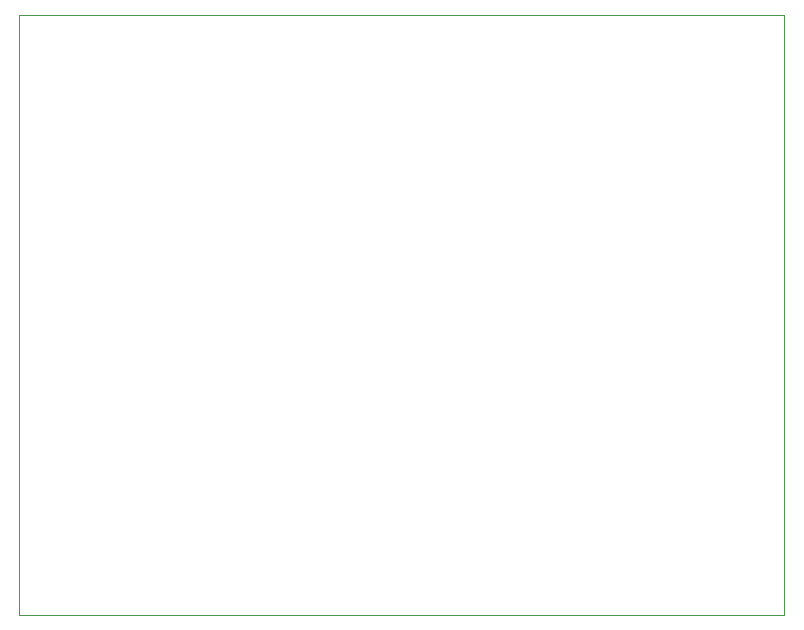
<source format=gbr>
%TF.GenerationSoftware,KiCad,Pcbnew,(5.1.9)-1*%
%TF.CreationDate,2021-09-19T21:25:35+01:00*%
%TF.ProjectId,Mega2560-pro-mini-radio,4d656761-3235-4363-902d-70726f2d6d69,rev?*%
%TF.SameCoordinates,Original*%
%TF.FileFunction,Profile,NP*%
%FSLAX46Y46*%
G04 Gerber Fmt 4.6, Leading zero omitted, Abs format (unit mm)*
G04 Created by KiCad (PCBNEW (5.1.9)-1) date 2021-09-19 21:25:35*
%MOMM*%
%LPD*%
G01*
G04 APERTURE LIST*
%TA.AperFunction,Profile*%
%ADD10C,0.050000*%
%TD*%
G04 APERTURE END LIST*
D10*
X107950000Y-85090000D02*
X107950000Y-135890000D01*
X172720000Y-85090000D02*
X107950000Y-85090000D01*
X172720000Y-135890000D02*
X172720000Y-85090000D01*
X107950000Y-135890000D02*
X172720000Y-135890000D01*
M02*

</source>
